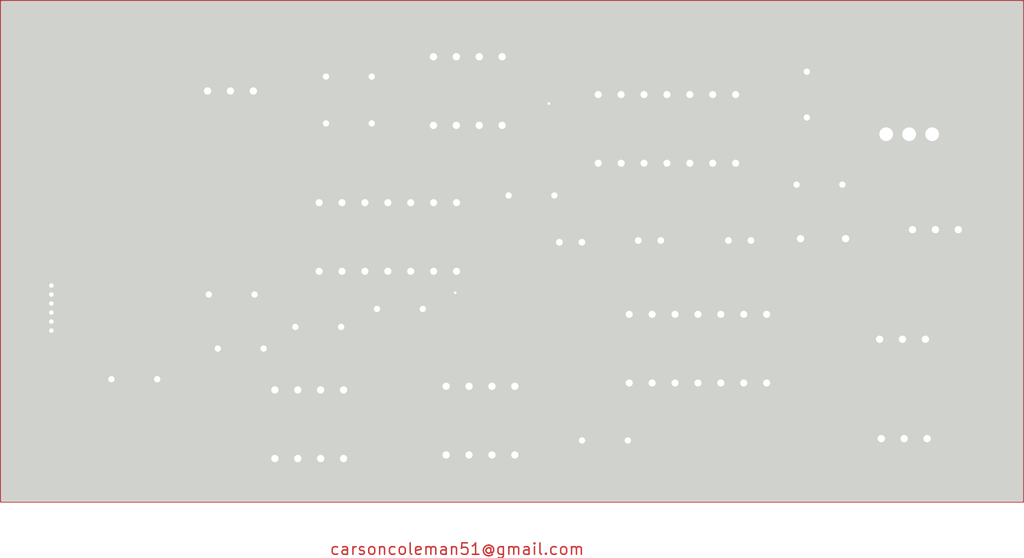
<source format=kicad_pcb>
(kicad_pcb (version 20241229) (generator "pcbnew") (generator_version "9.0")
  (layers (0 "F.Cu" signal) (2 "B.Cu" signal) (13 "F.Paste" user) (15 "B.Paste" user) (5 "F.SilkS" user "F.Silkscreen") (7 "B.SilkS" user "B.Silkscreen") (1 "F.Mask" user) (3 "B.Mask" user) (25 "Edge.Cuts" user))
  (net 0 "")
  (net 2 "GND")
  (net 3 "/6V")
  (net 4 "Net-(U7-A)")
  (net 5 "Net-(U7-B)")
  (net 6 "/Current Sensor")
  (net 8 "/Accumulator Disconnect")
  (net 9 "/12V")
  (net 10 "/Brake Pressure Sensor")
  (net 11 "/9V")
  (net 12 "/4V")
  (net 13 "/5.1V")
  (net 14 "/0.1V")
  (net 15 "Net-(U2A-IN-)")
  (net 16 "Net-(U1-ADJ)")
  (net 17 "/Current_0.1_output")
  (net 18 "/Current_9V_output")
  (net 19 "/Current_5.1V_output")
  (net 20 "/Brake_4V_output")
  (net 21 "/Brake_9V_output")
  (net 22 "/Brake_0.1V_output")
  (net 23 "/Current{slash}Brake 0.1V{slash}9V NOR")
  (net 24 "/Current 5.1V OR Brake 4V_output")
  (net 25 "/current_9V_output")
  (net 26 "/Current 0.1V OR Current 9V_output")
  (net 28 "/Brake 0.1V OR Brake 9V_output")
  (footprint "10k pot:POT_3296W" (layer "F.Cu") (at 184.46 105.74)
    (property "Reference" "P4" (at 2.5273 0.0635 0) (layer "F.SilkS"))
    (property "Value" "3296W-1-103LF_pot")
    (fp_line (start -2.3622 -2.54) (end -2.3622 2.667) (stroke (width 0.1524)) (layer "F.SilkS"))
    (fp_line (start -2.3622 2.667) (end 7.4168 2.667) (stroke (width 0.1524)) (layer "F.SilkS"))
    (fp_line (start 7.4168 -2.54) (end -2.3622 -2.54) (stroke (width 0.1524)) (layer "F.SilkS"))
    (fp_line (start 7.4168 2.667) (end 7.4168 -2.54) (stroke (width 0.1524)) (layer "F.SilkS"))
    (fp_circle (center 5.3721 3.81) (end 5.4991 3.81) (stroke (width 0.1524)) (fill no) (layer "F.SilkS"))
    (pad "1" thru_hole circle (at 5.08 0) (size 1.3208 1.3208) (drill 0.8128) (layers "*.Cu" "*.Mask") (net 3 "/6V"))
    (pad "2" thru_hole circle (at 2.54 0) (size 1.3208 1.3208) (drill 0.8128) (layers "*.Cu" "*.Mask") (net 14 "/0.1V"))
    (pad "3" thru_hole rect (at 0 0) (size 1.3208 1.3208) (drill 0.8128) (layers "*.Cu" "*.Mask") (net 2 "GND"))
  )
  (footprint "LM393N_NOPB_comparator:N08E" (layer "F.Cu") (at 124.81 100.33 90)
    (property "Reference" "U2" (at -3.81 -3.81 90) (layer "F.SilkS"))
    (property "Value" "LM393N/NOPB_comp")
    (fp_line (start -0.508 -8.636) (end -6.643058 -8.636) (stroke (width 0.1524)) (layer "F.SilkS"))
    (fp_line (start -7.112 -6.52526) (end -7.112 -6.049738) (stroke (width 0.1524)) (layer "F.SilkS"))
    (fp_line (start -0.508 -6.049738) (end -0.508 -6.650262) (stroke (width 0.1524)) (layer "F.SilkS"))
    (fp_line (start -7.112 -4.110262) (end -7.112 -3.509738) (stroke (width 0.1524)) (layer "F.SilkS"))
    (fp_line (start -0.508 -3.509738) (end -0.508 -4.110262) (stroke (width 0.1524)) (layer "F.SilkS"))
    (fp_line (start -7.112 -1.570262) (end -7.112 -0.969738) (stroke (width 0.1524)) (layer "F.SilkS"))
    (fp_line (start -0.508 -0.969738) (end -0.508 -1.570262) (stroke (width 0.1524)) (layer "F.SilkS"))
    (fp_line (start -7.112 1.016) (end -0.508 1.016) (stroke (width 0.1524)) (layer "F.SilkS"))
    (fp_arc (start -3.5052 -8.636) (mid -3.81 -8.3312) (end -4.1148 -8.636) (stroke (width 0.1524)) (layer "F.SilkS"))
    (fp_text user "*" (at -7.62 -9.144 90) (layer "F.SilkS"))
    (fp_text user "*" (at -7.62 -9.144 90) (layer "F.SilkS"))
    (pad "1" thru_hole rect (at -7.62 -7.62 90) (size 1.524 1.524) (drill 0.8128) (layers "*.Cu" "*.Mask") (net 17 "/Current_0.1_output"))
    (pad "2" thru_hole circle (at -7.62 -5.08 90) (size 1.524 1.524) (drill 0.8128) (layers "*.Cu" "*.Mask") (net 15 "Net-(U2A-IN-)"))
    (pad "3" thru_hole circle (at -7.62 -2.54 90) (size 1.524 1.524) (drill 0.8128) (layers "*.Cu" "*.Mask") (net 14 "/0.1V"))
    (pad "4" thru_hole circle (at -7.62 0 90) (size 1.524 1.524) (drill 0.8128) (layers "*.Cu" "*.Mask"))
    (pad "5" thru_hole circle (at 0 0 90) (size 1.524 1.524) (drill 0.8128) (layers "*.Cu" "*.Mask") (net 15 "Net-(U2A-IN-)"))
    (pad "6" thru_hole circle (at 0 -2.54 90) (size 1.524 1.524) (drill 0.8128) (layers "*.Cu" "*.Mask") (net 11 "/9V"))
    (pad "7" thru_hole circle (at 0 -5.08 90) (size 1.524 1.524) (drill 0.8128) (layers "*.Cu" "*.Mask") (net 18 "/Current_9V_output"))
    (pad "8" thru_hole circle (at 0 -7.62 90) (size 1.524 1.524) (drill 0.8128) (layers "*.Cu" "*.Mask"))
  )
  (footprint "Connector_PinHeader_1.00mm:PinHeader_1x06_P1.00mm_Vertical" (layer "F.Cu") (at 92.4 88.74)
    (property "Reference" "J1" (at 0 -1.61 0) (layer "F.SilkS"))
    (property "Value" "6 pin header")
    (fp_line (start -0.745 -0.735) (end 0 -0.735) (stroke (width 0.12)) (layer "F.SilkS"))
    (fp_line (start -0.745 0) (end -0.745 -0.735) (stroke (width 0.12)) (layer "F.SilkS"))
    (fp_line (start -0.745 0.735) (end -0.745 5.61) (stroke (width 0.12)) (layer "F.SilkS"))
    (fp_line (start -0.745 0.735) (end -0.685565 0.735) (stroke (width 0.12)) (layer "F.SilkS"))
    (fp_line (start -0.745 5.61) (end -0.41003 5.61) (stroke (width 0.12)) (layer "F.SilkS"))
    (fp_line (start 0.41003 5.61) (end 0.745 5.61) (stroke (width 0.12)) (layer "F.SilkS"))
    (fp_line (start 0.685565 0.735) (end 0.745 0.735) (stroke (width 0.12)) (layer "F.SilkS"))
    (fp_line (start 0.745 0.735) (end 0.745 5.61) (stroke (width 0.12)) (layer "F.SilkS"))
    (pad "1" thru_hole rect (at 0 0) (size 0.85 0.85) (drill 0.5) (layers "*.Cu" "*.Mask") (net 9 "/12V"))
    (pad "2" thru_hole circle (at 0 1) (size 0.85 0.85) (drill 0.5) (layers "*.Cu" "*.Mask"))
    (pad "3" thru_hole circle (at 0 2) (size 0.85 0.85) (drill 0.5) (layers "*.Cu" "*.Mask") (net 8 "/Accumulator Disconnect"))
    (pad "4" thru_hole circle (at 0 3) (size 0.85 0.85) (drill 0.5) (layers "*.Cu" "*.Mask") (net 10 "/Brake Pressure Sensor"))
    (pad "5" thru_hole circle (at 0 4) (size 0.85 0.85) (drill 0.5) (layers "*.Cu" "*.Mask") (net 6 "/Current Sensor"))
    (pad "6" thru_hole circle (at 0 5) (size 0.85 0.85) (drill 0.5) (layers "*.Cu" "*.Mask") (net 2 "GND"))
  )
  (footprint "1µF capacitor:CAP_RCER72A105K2DBH03A" (layer "F.Cu") (at 168.75 83.74)
    (property "Reference" "C2" (at 0.425 -2.635 0) (layer "F.SilkS"))
    (property "Value" "1µF")
    (fp_line (start -2.75 -1.575) (end 2.75 -1.575) (stroke (width 0.127)) (layer "F.SilkS"))
    (fp_line (start -2.75 1.575) (end -2.75 -1.575) (stroke (width 0.127)) (layer "F.SilkS"))
    (fp_line (start 2.75 1.575) (end -2.75 1.575) (stroke (width 0.127)) (layer "F.SilkS"))
    (fp_line (start 2.75 1.575) (end 2.75 -1.575) (stroke (width 0.127)) (layer "F.SilkS"))
    (pad "1" thru_hole circle (at -1.25 0) (size 1.15 1.15) (drill 0.75) (layers "*.Cu" "*.Mask") (net 2 "GND"))
    (pad "2" thru_hole circle (at 1.25 0) (size 1.15 1.15) (drill 0.75) (layers "*.Cu" "*.Mask") (net 3 "/6V"))
  )
  (footprint "Resistor_THT:R_Axial_DIN0204_L3.6mm_D1.6mm_P5.08mm_Horizontal" (layer "F.Cu") (at 122.86 70.74)
    (property "Reference" "R6" (at 2.54 -1.92 0) (layer "F.SilkS"))
    (property "Value" "10kΩ")
    (fp_line (start 0.62 -0.92) (end 4.46 -0.92) (stroke (width 0.12)) (layer "F.SilkS"))
    (fp_line (start 0.62 0.92) (end 4.46 0.92) (stroke (width 0.12)) (layer "F.SilkS"))
    (pad "1" thru_hole circle (at 0 0) (size 1.4 1.4) (drill 0.7) (layers "*.Cu" "*.Mask") (net 9 "/12V"))
    (pad "2" thru_hole circle (at 5.08 0) (size 1.4 1.4) (drill 0.7) (layers "*.Cu" "*.Mask") (net 21 "/Brake_9V_output"))
  )
  (footprint "Resistor_THT:R_Axial_DIN0204_L3.6mm_D1.6mm_P5.08mm_Horizontal" (layer "F.Cu") (at 176.2 65 -90)
    (property "Reference" "R2VR1" (at 2.54 -1.92 90) (layer "F.SilkS"))
    (property "Value" "910Ω (was 3kΩ initially)")
    (fp_line (start 0.62 0.92) (end 4.46 0.92) (stroke (width 0.12)) (layer "F.SilkS"))
    (fp_line (start 0.62 -0.92) (end 4.46 -0.92) (stroke (width 0.12)) (layer "F.SilkS"))
    (pad "1" thru_hole circle (at 0 0 270) (size 1.4 1.4) (drill 0.7) (layers "*.Cu" "*.Mask") (net 2 "GND"))
    (pad "2" thru_hole circle (at 5.08 0 270) (size 1.4 1.4) (drill 0.7) (layers "*.Cu" "*.Mask") (net 16 "Net-(U1-ADJ)"))
  )
  (footprint "LM393N_NOPB_comparator:N08E" (layer "F.Cu") (at 142.4 63.34 90)
    (property "Reference" "U4" (at -3.81 -3.81 90) (layer "F.SilkS"))
    (property "Value" "LM393N/NOPB_comp")
    (fp_line (start -0.508 -8.636) (end -6.643058 -8.636) (stroke (width 0.1524)) (layer "F.SilkS"))
    (fp_line (start -7.112 -6.52526) (end -7.112 -6.049738) (stroke (width 0.1524)) (layer "F.SilkS"))
    (fp_line (start -0.508 -6.049738) (end -0.508 -6.650262) (stroke (width 0.1524)) (layer "F.SilkS"))
    (fp_line (start -7.112 -4.110262) (end -7.112 -3.509738) (stroke (width 0.1524)) (layer "F.SilkS"))
    (fp_line (start -0.508 -3.509738) (end -0.508 -4.110262) (stroke (width 0.1524)) (layer "F.SilkS"))
    (fp_line (start -7.112 -1.570262) (end -7.112 -0.969738) (stroke (width 0.1524)) (layer "F.SilkS"))
    (fp_line (start -0.508 -0.969738) (end -0.508 -1.570262) (stroke (width 0.1524)) (layer "F.SilkS"))
    (fp_line (start -7.112 1.016) (end -0.508 1.016) (stroke (width 0.1524)) (layer "F.SilkS"))
    (fp_arc (start -3.5052 -8.636) (mid -3.81 -8.3312) (end -4.1148 -8.636) (stroke (width 0.1524)) (layer "F.SilkS"))
    (fp_text user "*" (at -7.62 -9.144 90) (layer "F.SilkS"))
    (fp_text user "*" (at -7.62 -9.144 90) (layer "F.SilkS"))
    (pad "1" thru_hole rect (at -7.62 -7.62 90) (size 1.524 1.524) (drill 0.8128) (layers "*.Cu" "*.Mask") (net 21 "/Brake_9V_output"))
    (pad "2" thru_hole circle (at -7.62 -5.08 90) (size 1.524 1.524) (drill 0.8128) (layers "*.Cu" "*.Mask") (net 11 "/9V"))
    (pad "3" thru_hole circle (at -7.62 -2.54 90) (size 1.524 1.524) (drill 0.8128) (layers "*.Cu" "*.Mask") (net 10 "/Brake Pressure Sensor"))
    (pad "4" thru_hole circle (at -7.62 0 90) (size 1.524 1.524) (drill 0.8128) (layers "*.Cu" "*.Mask"))
    (pad "5" thru_hole circle (at 0 0 90) (size 1.524 1.524) (drill 0.8128) (layers "*.Cu" "*.Mask") (net 14 "/0.1V"))
    (pad "6" thru_hole circle (at 0 -2.54 90) (size 1.524 1.524) (drill 0.8128) (layers "*.Cu" "*.Mask") (net 10 "/Brake Pressure Sensor"))
    (pad "7" thru_hole circle (at 0 -5.08 90) (size 1.524 1.524) (drill 0.8128) (layers "*.Cu" "*.Mask") (net 22 "/Brake_0.1V_output"))
    (pad "8" thru_hole circle (at 0 -7.62 90) (size 1.524 1.524) (drill 0.8128) (layers "*.Cu" "*.Mask"))
  )
  (footprint "LM317P:TO-220FP_STM" (layer "F.Cu") (at 185 71.94)
    (property "Reference" "U1" (at 2.55 -0.8128 0) (layer "F.SilkS"))
    (property "Value" "LM317P_6V Reg")
    (fp_line (start -2.784 -3.2385) (end -2.784 1.6129) (stroke (width 0.1524)) (layer "F.SilkS"))
    (fp_line (start -2.784 1.6129) (end 7.884 1.6129) (stroke (width 0.1524)) (layer "F.SilkS"))
    (fp_line (start 7.884 -3.2385) (end -2.784 -3.2385) (stroke (width 0.1524)) (layer "F.SilkS"))
    (fp_line (start 7.884 1.6129) (end 7.884 -3.2385) (stroke (width 0.1524)) (layer "F.SilkS"))
    (fp_circle (center -4.562 0) (end -4.3588 0) (stroke (width 0.1524)) (fill no) (layer "F.SilkS"))
    (pad "1" thru_hole rect (at 0 0) (size 2.032 2.032) (drill 1.524) (layers "*.Cu" "*.Mask") (net 16 "Net-(U1-ADJ)"))
    (pad "2" thru_hole circle (at 2.55 0) (size 2.032 2.032) (drill 1.524) (layers "*.Cu" "*.Mask") (net 3 "/6V"))
    (pad "3" thru_hole circle (at 5.1 0) (size 2.032 2.032) (drill 1.524) (layers "*.Cu" "*.Mask") (net 9 "/12V"))
  )
  (footprint "Resistor_THT:R_Axial_DIN0204_L3.6mm_D1.6mm_P5.08mm_Horizontal" (layer "F.Cu") (at 124.54 93.34 180)
    (property "Reference" "R2" (at 2.54 -1.92 0) (layer "F.SilkS"))
    (property "Value" "10kΩ")
    (fp_line (start 0.62 0.92) (end 4.46 0.92) (stroke (width 0.12)) (layer "F.SilkS"))
    (fp_line (start 0.62 -0.92) (end 4.46 -0.92) (stroke (width 0.12)) (layer "F.SilkS"))
    (pad "1" thru_hole circle (at 0 0 180) (size 1.4 1.4) (drill 0.7) (layers "*.Cu" "*.Mask") (net 9 "/12V"))
    (pad "2" thru_hole circle (at 5.08 0 180) (size 1.4 1.4) (drill 0.7) (layers "*.Cu" "*.Mask") (net 17 "/Current_0.1_output"))
  )
  (footprint "Resistor_THT:R_Axial_DIN0204_L3.6mm_D1.6mm_P5.08mm_Horizontal" (layer "F.Cu") (at 110.86 95.74)
    (property "Reference" "R3" (at 2.54 -1.92 0) (layer "F.SilkS"))
    (property "Value" "10kΩ")
    (fp_line (start 0.62 -0.92) (end 4.46 -0.92) (stroke (width 0.12)) (layer "F.SilkS"))
    (fp_line (start 0.62 0.92) (end 4.46 0.92) (stroke (width 0.12)) (layer "F.SilkS"))
    (pad "1" thru_hole circle (at 0 0) (size 1.4 1.4) (drill 0.7) (layers "*.Cu" "*.Mask") (net 9 "/12V"))
    (pad "2" thru_hole circle (at 5.08 0) (size 1.4 1.4) (drill 0.7) (layers "*.Cu" "*.Mask") (net 18 "/Current_9V_output"))
  )
  (footprint "0.1µF capacitor:K104K10X7RF5UH5_VIS" (layer "F.Cu") (at 175.500005 83.54)
    (property "Reference" "C1" (at 2.499995 0 0) (layer "F.SilkS"))
    (property "Value" "0.1µF")
    (fp_line (start 0.569595 -1.2827) (end 0.569595 -0.99314) (stroke (width 0.1524)) (layer "F.SilkS"))
    (fp_line (start 0.569595 0.99314) (end 0.569595 1.2827) (stroke (width 0.1524)) (layer "F.SilkS"))
    (fp_line (start 4.430395 -1.2827) (end 0.569595 -1.2827) (stroke (width 0.1524)) (layer "F.SilkS"))
    (fp_line (start 4.430395 -1.2827) (end 4.430395 -0.813565) (stroke (width 0.1524)) (layer "F.SilkS"))
    (fp_line (start 4.430395 0.813565) (end 4.430395 1.2827) (stroke (width 0.1524)) (layer "F.SilkS"))
    (fp_line (start 4.430395 1.2827) (end 0.569595 1.2827) (stroke (width 0.1524)) (layer "F.SilkS"))
    (pad "1" thru_hole rect (at 0 0) (size 1.3208 1.3208) (drill 0.8128) (layers "*.Cu" "*.Mask") (net 2 "GND"))
    (pad "2" thru_hole circle (at 4.99999 0) (size 1.3208 1.3208) (drill 0.8128) (layers "*.Cu" "*.Mask"))
  )
  (footprint "Resistor_THT:R_Axial_DIN0204_L3.6mm_D1.6mm_P5.08mm_Horizontal" (layer "F.Cu") (at 175.06 77.54)
    (property "Reference" "R1VR1" (at 2.54 -1.92 0) (layer "F.SilkS"))
    (property "Value" "240Ω")
    (fp_line (start 0.62 -0.92) (end 4.46 -0.92) (stroke (width 0.12)) (layer "F.SilkS"))
    (fp_line (start 0.62 0.92) (end 4.46 0.92) (stroke (width 0.12)) (layer "F.SilkS"))
    (pad "1" thru_hole circle (at 0 0) (size 1.4 1.4) (drill 0.7) (layers "*.Cu" "*.Mask") (net 16 "Net-(U1-ADJ)"))
    (pad "2" thru_hole circle (at 5.08 0) (size 1.4 1.4) (drill 0.7) (layers "*.Cu" "*.Mask") (net 3 "/6V"))
  )
  (footprint "Resistor_THT:R_Axial_DIN0204_L3.6mm_D1.6mm_P5.08mm_Horizontal" (layer "F.Cu") (at 156.34 105.94 180)
    (property "Reference" "R8" (at 2.54 -1.92 0) (layer "F.SilkS"))
    (property "Value" "100kΩ")
    (fp_line (start 0.62 0.92) (end 4.46 0.92) (stroke (width 0.12)) (layer "F.SilkS"))
    (fp_line (start 0.62 -0.92) (end 4.46 -0.92) (stroke (width 0.12)) (layer "F.SilkS"))
    (pad "1" thru_hole circle (at 0 0 180) (size 1.4 1.4) (drill 0.7) (layers "*.Cu" "*.Mask") (net 23 "/Current{slash}Brake 0.1V{slash}9V NOR"))
    (pad "2" thru_hole circle (at 5.08 0 180) (size 1.4 1.4) (drill 0.7) (layers "*.Cu" "*.Mask") (net 4 "Net-(U7-A)"))
  )
  (footprint "AND gate:N14" (layer "F.Cu") (at 171.74 91.94 90)
    (property "Reference" "U6" (at -3.81 -7.62 90) (layer "F.SilkS"))
    (property "Value" "CD4001BE_NOR Gates")
    (fp_line (start -0.508 -17.4625) (end -7.112 -17.4625) (stroke (width 0.1524)) (layer "F.SilkS"))
    (fp_line (start -7.112 -17.4625) (end -7.112 -16.22044) (stroke (width 0.1524)) (layer "F.SilkS"))
    (fp_line (start -0.508 -16.078569) (end -0.508 -17.4625) (stroke (width 0.1524)) (layer "F.SilkS"))
    (fp_line (start -7.112 -14.25956) (end -7.112 -13.538569) (stroke (width 0.1524)) (layer "F.SilkS"))
    (fp_line (start -0.508 -13.538569) (end -0.508 -14.401431) (stroke (width 0.1524)) (layer "F.SilkS"))
    (fp_line (start -7.112 -11.861431) (end -7.112 -10.998569) (stroke (width 0.1524)) (layer "F.SilkS"))
    (fp_line (start -0.508 -10.998569) (end -0.508 -11.861431) (stroke (width 0.1524)) (layer "F.SilkS"))
    (fp_line (start -7.112 -9.321431) (end -7.112 -8.458569) (stroke (width 0.1524)) (layer "F.SilkS"))
    (fp_line (start -0.508 -8.458569) (end -0.508 -9.321431) (stroke (width 0.1524)) (layer "F.SilkS"))
    (fp_line (start -7.112 -6.781431) (end -7.112 -5.918569) (stroke (width 0.1524)) (layer "F.SilkS"))
    (fp_line (start -0.508 -5.918569) (end -0.508 -6.781431) (stroke (width 0.1524)) (layer "F.SilkS"))
    (fp_line (start -7.112 -4.241431) (end -7.112 -3.378569) (stroke (width 0.1524)) (layer "F.SilkS"))
    (fp_line (start -0.508 -3.378569) (end -0.508 -4.241431) (stroke (width 0.1524)) (layer "F.SilkS"))
    (fp_line (start -7.112 -1.701431) (end -7.112 -0.838569) (stroke (width 0.1524)) (layer "F.SilkS"))
    (fp_line (start -0.508 -0.838569) (end -0.508 -1.701431) (stroke (width 0.1524)) (layer "F.SilkS"))
    (fp_line (start -7.112 0.838569) (end -7.112 2.2225) (stroke (width 0.1524)) (layer "F.SilkS"))
    (fp_line (start -0.508 2.2225) (end -0.508 0.838569) (stroke (width 0.1524)) (layer "F.SilkS"))
    (fp_line (start -7.112 2.2225) (end -0.508 2.2225) (stroke (width 0.1524)) (layer "F.SilkS"))
    (fp_arc (start -3.5052 -17.4625) (mid -3.81 -17.1577) (end -4.1148 -17.4625) (stroke (width 0.1524)) (layer "F.SilkS"))
    (fp_text user "*" (at -7.62 -16.6497 90) (layer "F.SilkS"))
    (fp_text user "*" (at -7.62 -16.6497 90) (layer "F.SilkS"))
    (pad "1" thru_hole rect (at -7.62 -15.24 90) (size 1.2954 1.2954) (drill 0.7874) (layers "*.Cu" "*.Mask") (net 26 "/Current 0.1V OR Current 9V_output"))
    (pad "2" thru_hole circle (at -7.62 -12.7 90) (size 1.2954 1.2954) (drill 0.7874) (layers "*.Cu" "*.Mask") (net 28 "/Brake 0.1V OR Brake 9V_output"))
    (pad "3" thru_hole circle (at -7.62 -10.16 90) (size 1.2954 1.2954) (drill 0.7874) (layers "*.Cu" "*.Mask") (net 23 "/Current{slash}Brake 0.1V{slash}9V NOR"))
    (pad "4" thru_hole circle (at -7.62 -7.62 90) (size 1.2954 1.2954) (drill 0.7874) (layers "*.Cu" "*.Mask"))
    (pad "5" thru_hole circle (at -7.62 -5.08 90) (size 1.2954 1.2954) (drill 0.7874) (layers "*.Cu" "*.Mask") (net 2 "GND"))
    (pad "6" thru_hole circle (at -7.62 -2.54 90) (size 1.2954 1.2954) (drill 0.7874) (layers "*.Cu" "*.Mask") (net 2 "GND"))
    (pad "7" thru_hole circle (at -7.62 0 90) (size 1.2954 1.2954) (drill 0.7874) (layers "*.Cu" "*.Mask") (net 2 "GND"))
    (pad "8" thru_hole circle (at 0 0 90) (size 1.2954 1.2954) (drill 0.7874) (layers "*.Cu" "*.Mask") (net 2 "GND"))
    (pad "9" thru_hole circle (at 0 -2.54 90) (size 1.2954 1.2954) (drill 0.7874) (layers "*.Cu" "*.Mask") (net 2 "GND"))
    (pad "10" thru_hole circle (at 0 -5.08 90) (size 1.2954 1.2954) (drill 0.7874) (layers "*.Cu" "*.Mask"))
    (pad "11" thru_hole circle (at 0 -7.62 90) (size 1.2954 1.2954) (drill 0.7874) (layers "*.Cu" "*.Mask"))
    (pad "12" thru_hole circle (at 0 -10.16 90) (size 1.2954 1.2954) (drill 0.7874) (layers "*.Cu" "*.Mask") (net 2 "GND"))
    (pad "13" thru_hole circle (at 0 -12.7 90) (size 1.2954 1.2954) (drill 0.7874) (layers "*.Cu" "*.Mask") (net 2 "GND"))
    (pad "14" thru_hole circle (at 0 -15.24 90) (size 1.2954 1.2954) (drill 0.7874) (layers "*.Cu" "*.Mask") (net 9 "/12V"))
  )
  (footprint "Resistor_THT:R_Axial_DIN0204_L3.6mm_D1.6mm_P5.08mm_Horizontal" (layer "F.Cu") (at 122.86 65.54)
    (property "Reference" "R7" (at 2.54 -1.92 0) (layer "F.SilkS"))
    (property "Value" "10kΩ")
    (fp_line (start 0.62 -0.92) (end 4.46 -0.92) (stroke (width 0.12)) (layer "F.SilkS"))
    (fp_line (start 0.62 0.92) (end 4.46 0.92) (stroke (width 0.12)) (layer "F.SilkS"))
    (pad "1" thru_hole circle (at 0 0) (size 1.4 1.4) (drill 0.7) (layers "*.Cu" "*.Mask") (net 9 "/12V"))
    (pad "2" thru_hole circle (at 5.08 0) (size 1.4 1.4) (drill 0.7) (layers "*.Cu" "*.Mask") (net 22 "/Brake_0.1V_output"))
  )
  (footprint "Resistor_THT:R_Axial_DIN0204_L3.6mm_D1.6mm_P5.08mm_Horizontal" (layer "F.Cu") (at 128.52 91.34)
    (property "Reference" "R5" (at 2.54 -1.92 0) (layer "F.SilkS"))
    (property "Value" "10kΩ")
    (fp_line (start 0.62 -0.92) (end 4.46 -0.92) (stroke (width 0.12)) (layer "F.SilkS"))
    (fp_line (start 0.62 0.92) (end 4.46 0.92) (stroke (width 0.12)) (layer "F.SilkS"))
    (pad "1" thru_hole circle (at 0 0) (size 1.4 1.4) (drill 0.7) (layers "*.Cu" "*.Mask") (net 9 "/12V"))
    (pad "2" thru_hole circle (at 5.08 0) (size 1.4 1.4) (drill 0.7) (layers "*.Cu" "*.Mask") (net 20 "/Brake_4V_output"))
  )
  (footprint "Resistor_THT:R_Axial_DIN0204_L3.6mm_D1.6mm_P5.08mm_Horizontal" (layer "F.Cu") (at 99.06 99.14)
    (property "Reference" "R1" (at 2.54 -1.92 0) (layer "F.SilkS"))
    (property "Value" "100Ω")
    (fp_line (start 0.62 -0.92) (end 4.46 -0.92) (stroke (width 0.12)) (layer "F.SilkS"))
    (fp_line (start 0.62 0.92) (end 4.46 0.92) (stroke (width 0.12)) (layer "F.SilkS"))
    (pad "1" thru_hole circle (at 0 0) (size 1.4 1.4) (drill 0.7) (layers "*.Cu" "*.Mask") (net 6 "/Current Sensor"))
    (pad "2" thru_hole circle (at 5.08 0) (size 1.4 1.4) (drill 0.7) (layers "*.Cu" "*.Mask") (net 15 "Net-(U2A-IN-)"))
  )
  (footprint "AND gate:N14" (layer "F.Cu") (at 137.34 79.54 90)
    (property "Reference" "U5" (at -3.81 -7.62 90) (layer "F.SilkS"))
    (property "Value" "CD4071BE_OR GATES")
    (fp_line (start -0.508 -17.4625) (end -7.112 -17.4625) (stroke (width 0.1524)) (layer "F.SilkS"))
    (fp_line (start -7.112 -17.4625) (end -7.112 -16.22044) (stroke (width 0.1524)) (layer "F.SilkS"))
    (fp_line (start -0.508 -16.078569) (end -0.508 -17.4625) (stroke (width 0.1524)) (layer "F.SilkS"))
    (fp_line (start -7.112 -14.25956) (end -7.112 -13.538569) (stroke (width 0.1524)) (layer "F.SilkS"))
    (fp_line (start -0.508 -13.538569) (end -0.508 -14.401431) (stroke (width 0.1524)) (layer "F.SilkS"))
    (fp_line (start -7.112 -11.861431) (end -7.112 -10.998569) (stroke (width 0.1524)) (layer "F.SilkS"))
    (fp_line (start -0.508 -10.998569) (end -0.508 -11.861431) (stroke (width 0.1524)) (layer "F.SilkS"))
    (fp_line (start -7.112 -9.321431) (end -7.112 -8.458569) (stroke (width 0.1524)) (layer "F.SilkS"))
    (fp_line (start -0.508 -8.458569) (end -0.508 -9.321431) (stroke (width 0.1524)) (layer "F.SilkS"))
    (fp_line (start -7.112 -6.781431) (end -7.112 -5.918569) (stroke (width 0.1524)) (layer "F.SilkS"))
    (fp_line (start -0.508 -5.918569) (end -0.508 -6.781431) (stroke (width 0.1524)) (layer "F.SilkS"))
    (fp_line (start -7.112 -4.241431) (end -7.112 -3.378569) (stroke (width 0.1524)) (layer "F.SilkS"))
    (fp_line (start -0.508 -3.378569) (end -0.508 -4.241431) (stroke (width 0.1524)) (layer "F.SilkS"))
    (fp_line (start -7.112 -1.701431) (end -7.112 -0.838569) (stroke (width 0.1524)) (layer "F.SilkS"))
    (fp_line (start -0.508 -0.838569) (end -0.508 -1.701431) (stroke (width 0.1524)) (layer "F.SilkS"))
    (fp_line (start -7.112 0.838569) (end -7.112 2.2225) (stroke (width 0.1524)) (layer "F.SilkS"))
    (fp_line (start -0.508 2.2225) (end -0.508 0.838569) (stroke (width 0.1524)) (layer "F.SilkS"))
    (fp_line (start -7.112 2.2225) (end -0.508 2.2225) (stroke (width 0.1524)) (layer "F.SilkS"))
    (fp_arc (start -3.5052 -17.4625) (mid -3.81 -17.1577) (end -4.1148 -17.4625) (stroke (width 0.1524)) (layer "F.SilkS"))
    (fp_text user "*" (at -7.62 -16.6497 90) (layer "F.SilkS"))
    (fp_text user "*" (at -7.62 -16.6497 90) (layer "F.SilkS"))
    (pad "1" thru_hole rect (at -7.62 -15.24 90) (size 1.2954 1.2954) (drill 0.7874) (layers "*.Cu" "*.Mask") (net 17 "/Current_0.1_output"))
    (pad "2" thru_hole circle (at -7.62 -12.7 90) (size 1.2954 1.2954) (drill 0.7874) (layers "*.Cu" "*.Mask") (net 25 "/current_9V_output"))
    (pad "3" thru_hole circle (at -7.62 -10.16 90) (size 1.2954 1.2954) (drill 0.7874) (layers "*.Cu" "*.Mask") (net 26 "/Current 0.1V OR Current 9V_output"))
    (pad "4" thru_hole circle (at -7.62 -7.62 90) (size 1.2954 1.2954) (drill 0.7874) (layers "*.Cu" "*.Mask") (net 24 "/Current 5.1V OR Brake 4V_output"))
    (pad "5" thru_hole circle (at -7.62 -5.08 90) (size 1.2954 1.2954) (drill 0.7874) (layers "*.Cu" "*.Mask") (net 19 "/Current_5.1V_output"))
    (pad "6" thru_hole circle (at -7.62 -2.54 90) (size 1.2954 1.2954) (drill 0.7874) (layers "*.Cu" "*.Mask") (net 20 "/Brake_4V_output"))
    (pad "7" thru_hole circle (at -7.62 0 90) (size 1.2954 1.2954) (drill 0.7874) (layers "*.Cu" "*.Mask") (net 2 "GND"))
    (pad "8" thru_hole circle (at 0 0 90) (size 1.2954 1.2954) (drill 0.7874) (layers "*.Cu" "*.Mask") (net 21 "/Brake_9V_output"))
    (pad "9" thru_hole circle (at 0 -2.54 90) (size 1.2954 1.2954) (drill 0.7874) (layers "*.Cu" "*.Mask") (net 22 "/Brake_0.1V_output"))
    (pad "10" thru_hole circle (at 0 -5.08 90) (size 1.2954 1.2954) (drill 0.7874) (layers "*.Cu" "*.Mask") (net 28 "/Brake 0.1V OR Brake 9V_output"))
    (pad "11" thru_hole circle (at 0 -7.62 90) (size 1.2954 1.2954) (drill 0.7874) (layers "*.Cu" "*.Mask"))
    (pad "12" thru_hole circle (at 0 -10.16 90) (size 1.2954 1.2954) (drill 0.7874) (layers "*.Cu" "*.Mask") (net 2 "GND"))
    (pad "13" thru_hole circle (at 0 -12.7 90) (size 1.2954 1.2954) (drill 0.7874) (layers "*.Cu" "*.Mask") (net 2 "GND"))
    (pad "14" thru_hole circle (at 0 -15.24 90) (size 1.2954 1.2954) (drill 0.7874) (layers "*.Cu" "*.Mask") (net 9 "/12V"))
  )
  (footprint "10k pot:POT_3296W" (layer "F.Cu") (at 109.72 67.14)
    (property "Reference" "P1" (at 2.5273 0.0635 0) (layer "F.SilkS"))
    (property "Value" "3296W-1-103LF_pot")
    (fp_line (start -2.3622 -2.54) (end -2.3622 2.667) (stroke (width 0.1524)) (layer "F.SilkS"))
    (fp_line (start -2.3622 2.667) (end 7.4168 2.667) (stroke (width 0.1524)) (layer "F.SilkS"))
    (fp_line (start 7.4168 -2.54) (end -2.3622 -2.54) (stroke (width 0.1524)) (layer "F.SilkS"))
    (fp_line (start 7.4168 2.667) (end 7.4168 -2.54) (stroke (width 0.1524)) (layer "F.SilkS"))
    (fp_circle (center 5.3721 3.81) (end 5.4991 3.81) (stroke (width 0.1524)) (fill no) (layer "F.SilkS"))
    (pad "1" thru_hole circle (at 5.08 0) (size 1.3208 1.3208) (drill 0.8128) (layers "*.Cu" "*.Mask") (net 9 "/12V"))
    (pad "2" thru_hole circle (at 2.54 0) (size 1.3208 1.3208) (drill 0.8128) (layers "*.Cu" "*.Mask") (net 11 "/9V"))
    (pad "3" thru_hole rect (at 0 0) (size 1.3208 1.3208) (drill 0.8128) (layers "*.Cu" "*.Mask") (net 2 "GND"))
  )
  (footprint "1µF capacitor:CAP_RCER72A105K2DBH03A" (layer "F.Cu") (at 150 83.94)
    (property "Reference" "C3" (at 0.425 -2.635 0) (layer "F.SilkS"))
    (property "Value" "1µF")
    (fp_line (start -2.75 -1.575) (end 2.75 -1.575) (stroke (width 0.127)) (layer "F.SilkS"))
    (fp_line (start -2.75 1.575) (end -2.75 -1.575) (stroke (width 0.127)) (layer "F.SilkS"))
    (fp_line (start 2.75 1.575) (end -2.75 1.575) (stroke (width 0.127)) (layer "F.SilkS"))
    (fp_line (start 2.75 1.575) (end 2.75 -1.575) (stroke (width 0.127)) (layer "F.SilkS"))
    (pad "1" thru_hole circle (at -1.25 0) (size 1.15 1.15) (drill 0.75) (layers "*.Cu" "*.Mask") (net 2 "GND"))
    (pad "2" thru_hole circle (at 1.25 0) (size 1.15 1.15) (drill 0.75) (layers "*.Cu" "*.Mask") (net 4 "Net-(U7-A)"))
  )
  (footprint "1µF capacitor:CAP_RCER72A105K2DBH03A" (layer "F.Cu") (at 158.75 83.74)
    (property "Reference" "C4" (at 0.425 -2.635 0) (layer "F.SilkS"))
    (property "Value" "1µF")
    (fp_line (start -2.75 -1.575) (end 2.75 -1.575) (stroke (width 0.127)) (layer "F.SilkS"))
    (fp_line (start -2.75 1.575) (end -2.75 -1.575) (stroke (width 0.127)) (layer "F.SilkS"))
    (fp_line (start 2.75 1.575) (end -2.75 1.575) (stroke (width 0.127)) (layer "F.SilkS"))
    (fp_line (start 2.75 1.575) (end 2.75 -1.575) (stroke (width 0.127)) (layer "F.SilkS"))
    (pad "1" thru_hole circle (at -1.25 0) (size 1.15 1.15) (drill 0.75) (layers "*.Cu" "*.Mask") (net 2 "GND"))
    (pad "2" thru_hole circle (at 1.25 0) (size 1.15 1.15) (drill 0.75) (layers "*.Cu" "*.Mask") (net 5 "Net-(U7-B)"))
  )
  (footprint "AND gate:N14" (layer "F.Cu") (at 168.3 67.54 90)
    (property "Reference" "U7" (at -3.81 -7.62 90) (layer "F.SilkS"))
    (property "Value" "CD4081BE_AND Gates")
    (fp_line (start -0.508 -17.4625) (end -7.112 -17.4625) (stroke (width 0.1524)) (layer "F.SilkS"))
    (fp_line (start -7.112 -17.4625) (end -7.112 -16.22044) (stroke (width 0.1524)) (layer "F.SilkS"))
    (fp_line (start -0.508 -16.078569) (end -0.508 -17.4625) (stroke (width 0.1524)) (layer "F.SilkS"))
    (fp_line (start -7.112 -14.25956) (end -7.112 -13.538569) (stroke (width 0.1524)) (layer "F.SilkS"))
    (fp_line (start -0.508 -13.538569) (end -0.508 -14.401431) (stroke (width 0.1524)) (layer "F.SilkS"))
    (fp_line (start -7.112 -11.861431) (end -7.112 -10.998569) (stroke (width 0.1524)) (layer "F.SilkS"))
    (fp_line (start -0.508 -10.998569) (end -0.508 -11.861431) (stroke (width 0.1524)) (layer "F.SilkS"))
    (fp_line (start -7.112 -9.321431) (end -7.112 -8.458569) (stroke (width 0.1524)) (layer "F.SilkS"))
    (fp_line (start -0.508 -8.458569) (end -0.508 -9.321431) (stroke (width 0.1524)) (layer "F.SilkS"))
    (fp_line (start -7.112 -6.781431) (end -7.112 -5.918569) (stroke (width 0.1524)) (layer "F.SilkS"))
    (fp_line (start -0.508 -5.918569) (end -0.508 -6.781431) (stroke (width 0.1524)) (layer "F.SilkS"))
    (fp_line (start -7.112 -4.241431) (end -7.112 -3.378569) (stroke (width 0.1524)) (layer "F.SilkS"))
    (fp_line (start -0.508 -3.378569) (end -0.508 -4.241431) (stroke (width 0.1524)) (layer "F.SilkS"))
    (fp_line (start -7.112 -1.701431) (end -7.112 -0.838569) (stroke (width 0.1524)) (layer "F.SilkS"))
    (fp_line (start -0.508 -0.838569) (end -0.508 -1.701431) (stroke (width 0.1524)) (layer "F.SilkS"))
    (fp_line (start -7.112 0.838569) (end -7.112 2.2225) (stroke (width 0.1524)) (layer "F.SilkS"))
    (fp_line (start -0.508 2.2225) (end -0.508 0.838569) (stroke (width 0.1524)) (layer "F.SilkS"))
    (fp_line (start -7.112 2.2225) (end -0.508 2.2225) (stroke (width 0.1524)) (layer "F.SilkS"))
    (fp_arc (start -3.5052 -17.4625) (mid -3.81 -17.1577) (end -4.1148 -17.4625) (stroke (width 0.1524)) (layer "F.SilkS"))
    (fp_text user "*" (at -7.62 -16.6497 90) (layer "F.SilkS"))
    (fp_text user "*" (at -7.62 -16.6497 90) (layer "F.SilkS"))
    (pad "1" thru_hole rect (at -7.62 -15.24 90) (size 1.2954 1.2954) (drill 0.7874) (layers "*.Cu" "*.Mask") (net 4 "Net-(U7-A)"))
    (pad "2" thru_hole circle (at -7.62 -12.7 90) (size 1.2954 1.2954) (drill 0.7874) (layers "*.Cu" "*.Mask") (net 5 "Net-(U7-B)"))
    (pad "3" thru_hole circle (at -7.62 -10.16 90) (size 1.2954 1.2954) (drill 0.7874) (layers "*.Cu" "*.Mask") (net 8 "/Accumulator Disconnect"))
    (pad "4" thru_hole circle (at -7.62 -7.62 90) (size 1.2954 1.2954) (drill 0.7874) (layers "*.Cu" "*.Mask"))
    (pad "5" thru_hole circle (at -7.62 -5.08 90) (size 1.2954 1.2954) (drill 0.7874) (layers "*.Cu" "*.Mask") (net 2 "GND"))
    (pad "6" thru_hole circle (at -7.62 -2.54 90) (size 1.2954 1.2954) (drill 0.7874) (layers "*.Cu" "*.Mask") (net 2 "GND"))
    (pad "7" thru_hole circle (at -7.62 0 90) (size 1.2954 1.2954) (drill 0.7874) (layers "*.Cu" "*.Mask") (net 2 "GND"))
    (pad "8" thru_hole circle (at 0 0 90) (size 1.2954 1.2954) (drill 0.7874) (layers "*.Cu" "*.Mask") (net 2 "GND"))
    (pad "9" thru_hole circle (at 0 -2.54 90) (size 1.2954 1.2954) (drill 0.7874) (layers "*.Cu" "*.Mask") (net 2 "GND"))
    (pad "10" thru_hole circle (at 0 -5.08 90) (size 1.2954 1.2954) (drill 0.7874) (layers "*.Cu" "*.Mask"))
    (pad "11" thru_hole circle (at 0 -7.62 90) (size 1.2954 1.2954) (drill 0.7874) (layers "*.Cu" "*.Mask"))
    (pad "12" thru_hole circle (at 0 -10.16 90) (size 1.2954 1.2954) (drill 0.7874) (layers "*.Cu" "*.Mask") (net 2 "GND"))
    (pad "13" thru_hole circle (at 0 -12.7 90) (size 1.2954 1.2954) (drill 0.7874) (layers "*.Cu" "*.Mask") (net 2 "GND"))
    (pad "14" thru_hole circle (at 0 -15.24 90) (size 1.2954 1.2954) (drill 0.7874) (layers "*.Cu" "*.Mask") (net 9 "/12V"))
  )
  (footprint "10k pot:POT_3296W" (layer "F.Cu") (at 187.92 82.54)
    (property "Reference" "P2" (at 2.5273 0.0635 0) (layer "F.SilkS"))
    (property "Value" "3296W-1-103LF_pot")
    (fp_line (start -2.3622 -2.54) (end -2.3622 2.667) (stroke (width 0.1524)) (layer "F.SilkS"))
    (fp_line (start -2.3622 2.667) (end 7.4168 2.667) (stroke (width 0.1524)) (layer "F.SilkS"))
    (fp_line (start 7.4168 -2.54) (end -2.3622 -2.54) (stroke (width 0.1524)) (layer "F.SilkS"))
    (fp_line (start 7.4168 2.667) (end 7.4168 -2.54) (stroke (width 0.1524)) (layer "F.SilkS"))
    (fp_circle (center 5.3721 3.81) (end 5.4991 3.81) (stroke (width 0.1524)) (fill no) (layer "F.SilkS"))
    (pad "1" thru_hole circle (at 5.08 0) (size 1.3208 1.3208) (drill 0.8128) (layers "*.Cu" "*.Mask") (net 3 "/6V"))
    (pad "2" thru_hole circle (at 2.54 0) (size 1.3208 1.3208) (drill 0.8128) (layers "*.Cu" "*.Mask") (net 12 "/4V"))
    (pad "3" thru_hole rect (at 0 0) (size 1.3208 1.3208) (drill 0.8128) (layers "*.Cu" "*.Mask") (net 2 "GND"))
  )
  (footprint "Resistor_THT:R_Axial_DIN0204_L3.6mm_D1.6mm_P5.08mm_Horizontal" (layer "F.Cu") (at 143.12 78.74)
    (property "Reference" "R9" (at 2.54 -1.92 0) (layer "F.SilkS"))
    (property "Value" "100kΩ")
    (fp_line (start 0.62 -0.92) (end 4.46 -0.92) (stroke (width 0.12)) (layer "F.SilkS"))
    (fp_line (start 0.62 0.92) (end 4.46 0.92) (stroke (width 0.12)) (layer "F.SilkS"))
    (pad "1" thru_hole circle (at 0 0) (size 1.4 1.4) (drill 0.7) (layers "*.Cu" "*.Mask") (net 24 "/Current 5.1V OR Brake 4V_output"))
    (pad "2" thru_hole circle (at 5.08 0) (size 1.4 1.4) (drill 0.7) (layers "*.Cu" "*.Mask") (net 5 "Net-(U7-B)"))
  )
  (footprint "LM393N_NOPB_comparator:N08E" (layer "F.Cu") (at 143.81 99.93 90)
    (property "Reference" "U3" (at -3.81 -3.81 90) (layer "F.SilkS"))
    (property "Value" "LM393N/NOPB_comp")
    (fp_line (start -0.508 -8.636) (end -6.643058 -8.636) (stroke (width 0.1524)) (layer "F.SilkS"))
    (fp_line (start -7.112 -6.52526) (end -7.112 -6.049738) (stroke (width 0.1524)) (layer "F.SilkS"))
    (fp_line (start -0.508 -6.049738) (end -0.508 -6.650262) (stroke (width 0.1524)) (layer "F.SilkS"))
    (fp_line (start -7.112 -4.110262) (end -7.112 -3.509738) (stroke (width 0.1524)) (layer "F.SilkS"))
    (fp_line (start -0.508 -3.509738) (end -0.508 -4.110262) (stroke (width 0.1524)) (layer "F.SilkS"))
    (fp_line (start -7.112 -1.570262) (end -7.112 -0.969738) (stroke (width 0.1524)) (layer "F.SilkS"))
    (fp_line (start -0.508 -0.969738) (end -0.508 -1.570262) (stroke (width 0.1524)) (layer "F.SilkS"))
    (fp_line (start -7.112 1.016) (end -0.508 1.016) (stroke (width 0.1524)) (layer "F.SilkS"))
    (fp_arc (start -3.5052 -8.636) (mid -3.81 -8.3312) (end -4.1148 -8.636) (stroke (width 0.1524)) (layer "F.SilkS"))
    (fp_text user "*" (at -7.62 -9.144 90) (layer "F.SilkS"))
    (fp_text user "*" (at -7.62 -9.144 90) (layer "F.SilkS"))
    (pad "1" thru_hole rect (at -7.62 -7.62 90) (size 1.524 1.524) (drill 0.8128) (layers "*.Cu" "*.Mask") (net 19 "/Current_5.1V_output"))
    (pad "2" thru_hole circle (at -7.62 -5.08 90) (size 1.524 1.524) (drill 0.8128) (layers "*.Cu" "*.Mask") (net 15 "Net-(U2A-IN-)"))
    (pad "3" thru_hole circle (at -7.62 -2.54 90) (size 1.524 1.524) (drill 0.8128) (layers "*.Cu" "*.Mask") (net 13 "/5.1V"))
    (pad "4" thru_hole circle (at -7.62 0 90) (size 1.524 1.524) (drill 0.8128) (layers "*.Cu" "*.Mask"))
    (pad "5" thru_hole circle (at 0 0 90) (size 1.524 1.524) (drill 0.8128) (layers "*.Cu" "*.Mask") (net 10 "/Brake Pressure Sensor"))
    (pad "6" thru_hole circle (at 0 -2.54 90) (size 1.524 1.524) (drill 0.8128) (layers "*.Cu" "*.Mask") (net 12 "/4V"))
    (pad "7" thru_hole circle (at 0 -5.08 90) (size 1.524 1.524) (drill 0.8128) (layers "*.Cu" "*.Mask") (net 20 "/Brake_4V_output"))
    (pad "8" thru_hole circle (at 0 -7.62 90) (size 1.524 1.524) (drill 0.8128) (layers "*.Cu" "*.Mask"))
  )
  (footprint "Resistor_THT:R_Axial_DIN0204_L3.6mm_D1.6mm_P5.08mm_Horizontal" (layer "F.Cu") (at 109.86 89.74)
    (property "Reference" "R4" (at 2.54 -1.92 0) (layer "F.SilkS"))
    (property "Value" "10kΩ")
    (fp_line (start 0.62 -0.92) (end 4.46 -0.92) (stroke (width 0.12)) (layer "F.SilkS"))
    (fp_line (start 0.62 0.92) (end 4.46 0.92) (stroke (width 0.12)) (layer "F.SilkS"))
    (pad "1" thru_hole circle (at 0 0) (size 1.4 1.4) (drill 0.7) (layers "*.Cu" "*.Mask") (net 9 "/12V"))
    (pad "2" thru_hole circle (at 5.08 0) (size 1.4 1.4) (drill 0.7) (layers "*.Cu" "*.Mask") (net 19 "/Current_5.1V_output"))
  )
  (footprint "10k pot:POT_3296W" (layer "F.Cu") (at 184.2727 94.705)
    (property "Reference" "P3" (at 2.5273 0.0635 0) (layer "F.SilkS"))
    (property "Value" "3296W-1-103LF_pot")
    (fp_line (start -2.3622 -2.54) (end -2.3622 2.667) (stroke (width 0.1524)) (layer "F.SilkS"))
    (fp_line (start -2.3622 2.667) (end 7.4168 2.667) (stroke (width 0.1524)) (layer "F.SilkS"))
    (fp_line (start 7.4168 -2.54) (end -2.3622 -2.54) (stroke (width 0.1524)) (layer "F.SilkS"))
    (fp_line (start 7.4168 2.667) (end 7.4168 -2.54) (stroke (width 0.1524)) (layer "F.SilkS"))
    (fp_circle (center 5.3721 3.81) (end 5.4991 3.81) (stroke (width 0.1524)) (fill no) (layer "F.SilkS"))
    (pad "1" thru_hole circle (at 5.08 0) (size 1.3208 1.3208) (drill 0.8128) (layers "*.Cu" "*.Mask") (net 3 "/6V"))
    (pad "2" thru_hole circle (at 2.54 0) (size 1.3208 1.3208) (drill 0.8128) (layers "*.Cu" "*.Mask") (net 13 "/5.1V"))
    (pad "3" thru_hole rect (at 0 0) (size 1.3208 1.3208) (drill 0.8128) (layers "*.Cu" "*.Mask") (net 2 "GND"))
  )
  (gr_rect (start 86.8 57.14) (end 200.2 112.74) (stroke (width 0.2)) (fill no) (layer "F.Cu") (net 9))
  (gr_text "carsoncoleman51@gmail.com" (at 137.4 118 0) (layer "F.Cu") (effects (font (size 1.27 1.27))))
  (segment (start 180.14 77.54) (end 181.95 77.54) (width 0.2) (layer "F.Cu") (net 3))
  (segment (start 189.54 94.5273) (end 189.54 105.74) (width 0.2) (layer "F.Cu") (net 3))
  (segment (start 187.55 77.09) (end 193 82.54) (width 0.2) (layer "F.Cu") (net 3))
  (segment (start 170 83.74) (end 170.813172 83.74) (width 0.2) (layer "F.Cu") (net 3))
  (segment (start 193 82.54) (end 189.3527 86.1873) (width 0.2) (layer "F.Cu") (net 3))
  (segment (start 189.3527 94.34) (end 189.54 94.5273) (width 0.2) (layer "F.Cu") (net 3))
  (segment (start 177.013172 77.54) (end 180.14 77.54) (width 0.2) (layer "F.Cu") (net 3))
  (segment (start 181.95 77.54) (end 187.55 71.94) (width 0.2) (layer "F.Cu") (net 3))
  (segment (start 189.3527 86.1873) (end 189.3527 94.34) (width 0.2) (layer "F.Cu") (net 3))
  (segment (start 170.813172 83.74) (end 177.013172 77.54) (width 0.2) (layer "F.Cu") (net 3))
  (segment (start 187.55 71.94) (end 187.55 77.09) (width 0.2) (layer "F.Cu") (net 3))
  (segment (start 189.3527 94.705) (end 189.3527 94.34) (width 0.2) (layer "F.Cu") (net 3))
  (segment (start 151.25 83.94) (end 151.25 83.29) (width 0.2) (layer "F.Cu") (net 4))
  (segment (start 153.06 81.48) (end 153.06 75.16) (width 0.2) (layer "F.Cu") (net 4))
  (segment (start 151.25 83.29) (end 153.06 81.48) (width 0.2) (layer "F.Cu") (net 4))
  (segment (start 151.26 105.94) (end 151.26 83.95) (width 0.2) (layer "B.Cu") (net 4))
  (segment (start 151.26 83.95) (end 151.25 83.94) (width 0.2) (layer "B.Cu") (net 4))
  (segment (start 155.6 75.16) (end 152.02 78.74) (width 0.2) (layer "B.Cu") (net 5))
  (segment (start 155.6 75.16) (end 155.6 79.34) (width 0.2) (layer "B.Cu") (net 5))
  (segment (start 152.02 78.74) (end 148.2 78.74) (width 0.2) (layer "B.Cu") (net 5))
  (segment (start 155.6 79.34) (end 160 83.74) (width 0.2) (layer "B.Cu") (net 5))
  (segment (start 92.4 92.74) (end 92.66 92.74) (width 0.2) (layer "F.Cu") (net 6))
  (segment (start 92.66 92.74) (end 99.06 99.14) (width 0.2) (layer "F.Cu") (net 6))
  (segment (start 92.37328 90.74) (end 91.674 91.43928) (width 0.2) (layer "F.Cu") (net 8))
  (segment (start 107.97528 110.342) (end 139.98131 110.342) (width 0.2) (layer "F.Cu") (net 8))
  (segment (start 139.98131 110.342) (end 142.333 107.99031) (width 0.2) (layer "F.Cu") (net 8))
  (segment (start 142.333 107.99031) (end 142.333 104.765335) (width 0.2) (layer "F.Cu") (net 8))
  (segment (start 91.674 94.04072) (end 107.97528 110.342) (width 0.2) (layer "F.Cu") (net 8))
  (segment (start 92.4 90.74) (end 92.37328 90.74) (width 0.2) (layer "F.Cu") (net 8))
  (segment (start 160.876 77.896) (end 158.14 75.16) (width 0.2) (layer "F.Cu") (net 8))
  (segment (start 91.674 91.43928) (end 91.674 94.04072) (width 0.2) (layer "F.Cu") (net 8))
  (segment (start 142.333 104.765335) (end 160.876 86.222335) (width 0.2) (layer "F.Cu") (net 8))
  (segment (start 160.876 86.222335) (end 160.876 77.896) (width 0.2) (layer "F.Cu") (net 8))
  (segment (start 122.1 74.44) (end 122.1 79.54) (width 0.2) (layer "F.Cu") (net 9))
  (segment (start 114.8 67.14) (end 122.1 74.44) (width 0.2) (layer "F.Cu") (net 9))
  (segment (start 109.86 94.74) (end 109.86 89.74) (width 0.2) (layer "B.Cu") (net 9))
  (segment (start 110.86 95.74) (end 109.86 94.74) (width 0.2) (layer "B.Cu") (net 9))
  (segment (start 143.81 99.93) (end 143.81 74.91) (width 0.2) (layer "F.Cu") (net 10))
  (segment (start 140.207 103.533) (end 143.81 99.93) (width 0.2) (layer "F.Cu") (net 10))
  (segment (start 139.8 63.34) (end 139.86 63.4) (width 0.2) (layer "F.Cu") (net 10))
  (segment (start 139.86 63.34) (end 139.8 63.34) (width 0.2) (layer "F.Cu") (net 10))
  (segment (start 140.207 107.57631) (end 140.207 103.533) (width 0.2) (layer "F.Cu") (net 10))
  (segment (start 139.86 63.4) (end 139.86 70.96) (width 0.2) (layer "F.Cu") (net 10))
  (segment (start 112.958272 109.941) (end 137.84231 109.941) (width 0.2) (layer "F.Cu") (net 10))
  (segment (start 143.81 74.91) (end 139.86 70.96) (width 0.2) (layer "F.Cu") (net 10))
  (segment (start 137.84231 109.941) (end 140.207 107.57631) (width 0.2) (layer "F.Cu") (net 10))
  (segment (start 94.757272 91.74) (end 112.958272 109.941) (width 0.2) (layer "F.Cu") (net 10))
  (segment (start 92.4 91.74) (end 94.757272 91.74) (width 0.2) (layer "F.Cu") (net 10))
  (segment (start 120.6386 66.1786) (end 131.37 76.91) (width 0.2) (layer "F.Cu") (net 11))
  (segment (start 131.37 76.91) (end 137.32 70.96) (width 0.2) (layer "F.Cu") (net 11))
  (segment (start 112.26 67.14) (end 113.2214 66.1786) (width 0.2) (layer "F.Cu") (net 11))
  (segment (start 131.3113 91.2887) (end 131.3113 76.9687) (width 0.2) (layer "F.Cu") (net 11))
  (segment (start 122.27 100.33) (end 131.3113 91.2887) (width 0.2) (layer "F.Cu") (net 11))
  (segment (start 131.3113 76.9687) (end 131.37 76.91) (width 0.2) (layer "F.Cu") (net 11))
  (segment (start 113.2214 66.1786) (end 120.6386 66.1786) (width 0.2) (layer "F.Cu") (net 11))
  (segment (start 148.281 106.941) (end 141.27 99.93) (width 0.2) (layer "B.Cu") (net 12))
  (segment (start 190.46 82.54) (end 166.059 106.941) (width 0.2) (layer "B.Cu") (net 12))
  (segment (start 166.059 106.941) (end 148.281 106.941) (width 0.2) (layer "B.Cu") (net 12))
  (segment (start 142.333 106.487) (end 144.25031 106.487) (width 0.2) (layer "B.Cu") (net 13))
  (segment (start 145.31331 107.55) (end 173.9677 107.55) (width 0.2) (layer "B.Cu") (net 13))
  (segment (start 173.9677 107.55) (end 186.8127 94.705) (width 0.2) (layer "B.Cu") (net 13))
  (segment (start 141.27 107.55) (end 142.333 106.487) (width 0.2) (layer "B.Cu") (net 13))
  (segment (start 144.25031 106.487) (end 145.31331 107.55) (width 0.2) (layer "B.Cu") (net 13))
  (segment (start 152.810365 68.4887) (end 147.5487 68.4887) (width 0.2) (layer "F.Cu") (net 14))
  (segment (start 161.277 77.7299) (end 159.0887 75.5416) (width 0.2) (layer "F.Cu") (net 14))
  (segment (start 159.0887 75.5416) (end 159.0887 74.767035) (width 0.2) (layer "F.Cu") (net 14))
  (segment (start 159.0887 74.767035) (end 152.810365 68.4887) (width 0.2) (layer "F.Cu") (net 14))
  (segment (start 147.5487 68.4887) (end 142.4 63.34) (width 0.2) (layer "F.Cu") (net 14))
  (segment (start 187 105.74) (end 161.277 80.017) (width 0.2) (layer "F.Cu") (net 14))
  (segment (start 161.277 80.017) (end 161.277 77.7299) (width 0.2) (layer "F.Cu") (net 14))
  (via (at 147.6 68.54) (size 0.6) (drill 0.3) (layers "F.Cu" "B.Cu") (net 14))
  (segment (start 122.27 107.95) (end 147.6 82.62) (width 0.2) (layer "B.Cu") (net 14))
  (segment (start 147.6 82.62) (end 147.6 68.54) (width 0.2) (layer "B.Cu") (net 14))
  (segment (start 134.02 109.54) (end 136.74 109.54) (width 0.2) (layer "F.Cu") (net 15))
  (segment (start 110.92 99.14) (end 104.14 99.14) (width 0.2) (layer "F.Cu") (net 15))
  (segment (start 124.81 100.33) (end 119.73 105.41) (width 0.2) (layer "F.Cu") (net 15))
  (segment (start 124.81 100.33) (end 134.02 109.54) (width 0.2) (layer "F.Cu") (net 15))
  (segment (start 119.73 107.95) (end 110.92 99.14) (width 0.2) (layer "F.Cu") (net 15))
  (segment (start 136.74 109.54) (end 138.73 107.55) (width 0.2) (layer "F.Cu") (net 15))
  (segment (start 119.73 105.41) (end 119.73 107.95) (width 0.2) (layer "F.Cu") (net 15))
  (segment (start 180.8 71.94) (end 180.66 71.94) (width 0.2) (layer "F.Cu") (net 16))
  (segment (start 180.66 71.94) (end 175.06 77.54) (width 0.2) (layer "F.Cu") (net 16))
  (segment (start 176.2 70.08) (end 178.06 71.94) (width 0.2) (layer "F.Cu") (net 16))
  (segment (start 178.06 71.94) (end 180.8 71.94) (width 0.2) (layer "F.Cu") (net 16))
  (segment (start 185 71.94) (end 180.8 71.94) (width 0.2) (layer "F.Cu") (net 16))
  (segment (start 119.4 93.34) (end 119.4 92.94) (width 0.2) (layer "F.Cu") (net 17))
  (segment (start 117.19 107.95) (end 111.534372 107.95) (width 0.2) (layer "F.Cu") (net 17))
  (segment (start 119.6 93.34) (end 119.8 93.54) (width 0.2) (layer "F.Cu") (net 17))
  (segment (start 119.46 93.34) (end 119.6 93.34) (width 0.2) (layer "F.Cu") (net 17))
  (segment (start 103.139 98.725372) (end 114.704372 87.16) (width 0.2) (layer "F.Cu") (net 17))
  (segment (start 103.139 99.554628) (end 103.139 98.725372) (width 0.2) (layer "F.Cu") (net 17))
  (segment (start 119.4 92.94) (end 122.1 90.24) (width 0.2) (layer "F.Cu") (net 17))
  (segment (start 111.534372 107.95) (end 103.139 99.554628) (width 0.2) (layer "F.Cu") (net 17))
  (segment (start 114.704372 87.16) (end 122.1 87.16) (width 0.2) (layer "F.Cu") (net 17))
  (segment (start 119.46 93.34) (end 119.4 93.34) (width 0.2) (layer "F.Cu") (net 17))
  (segment (start 122.1 90.24) (end 122.1 87.16) (width 0.2) (layer "F.Cu") (net 17))
  (segment (start 119.73 100.33) (end 119.73 99.53) (width 0.2) (layer "F.Cu") (net 18))
  (segment (start 119.73 99.53) (end 115.94 95.74) (width 0.2) (layer "F.Cu") (net 18))
  (segment (start 132.26 87.16) (end 132.26 103.62) (width 0.2) (layer "F.Cu") (net 19))
  (segment (start 132.26 103.62) (end 136.19 107.55) (width 0.2) (layer "F.Cu") (net 19))
  (segment (start 129.68 89.74) (end 132.26 87.16) (width 0.2) (layer "B.Cu") (net 19))
  (segment (start 114.94 89.74) (end 129.68 89.74) (width 0.2) (layer "B.Cu") (net 19))
  (segment (start 138.73 91.09) (end 138.73 99.93) (width 0.2) (layer "F.Cu") (net 20))
  (segment (start 134.8 87.16) (end 138.73 91.09) (width 0.2) (layer "F.Cu") (net 20))
  (via (at 137.2 89.54) (size 0.6) (drill 0.3) (layers "F.Cu" "B.Cu") (net 20))
  (segment (start 135.4 91.34) (end 137.2 89.54) (width 0.2) (layer "B.Cu") (net 20))
  (segment (start 133.6 91.34) (end 135.4 91.34) (width 0.2) (layer "B.Cu") (net 20))
  (segment (start 127.94 70.74) (end 127.8 70.74) (width 0.2) (layer "B.Cu") (net 21))
  (segment (start 137.34 79.54) (end 137.4 79.54) (width 0.2) (layer "B.Cu") (net 21))
  (segment (start 134.407035 80.4887) (end 133.8513 79.932965) (width 0.2) (layer "B.Cu") (net 21))
  (segment (start 128.02 70.96) (end 134.78 70.96) (width 0.2) (layer "B.Cu") (net 21))
  (segment (start 136.4513 80.4887) (end 134.407035 80.4887) (width 0.2) (layer "B.Cu") (net 21))
  (segment (start 133.8513 79.932965) (end 133.8513 71.8887) (width 0.2) (layer "B.Cu") (net 21))
  (segment (start 133.8513 71.8887) (end 134.78 70.96) (width 0.2) (layer "B.Cu") (net 21))
  (segment (start 137.4 79.54) (end 136.4513 80.4887) (width 0.2) (layer "B.Cu") (net 21))
  (segment (start 127.8 70.74) (end 128.02 70.96) (width 0.2) (layer "B.Cu") (net 21))
  (segment (start 134.8 79.54) (end 138.6 75.74) (width 0.2) (layer "B.Cu") (net 22))
  (segment (start 127.94 65.4) (end 128 65.34) (width 0.2) (layer "B.Cu") (net 22))
  (segment (start 127.94 65.54) (end 127.94 65.4) (width 0.2) (layer "B.Cu") (net 22))
  (segment (start 128 65.34) (end 135.32 65.34) (width 0.2) (layer "B.Cu") (net 22))
  (segment (start 135.32 65.34) (end 137.32 63.34) (width 0.2) (layer "B.Cu") (net 22))
  (segment (start 138.6 64.62) (end 137.32 63.34) (width 0.2) (layer "B.Cu") (net 22))
  (segment (start 138.6 75.74) (end 138.6 64.62) (width 0.2) (layer "B.Cu") (net 22))
  (segment (start 156.34 105.94) (end 156.34 104.8) (width 0.2) (layer "B.Cu") (net 23))
  (segment (start 156.34 104.8) (end 161.58 99.56) (width 0.2) (layer "B.Cu") (net 23))
  (segment (start 130.6687 86.2113) (end 129.72 87.16) (width 0.2) (layer "B.Cu") (net 24))
  (segment (start 135.6487 86.2113) (end 130.6687 86.2113) (width 0.2) (layer "B.Cu") (net 24))
  (segment (start 143.12 78.74) (end 135.6487 86.2113) (width 0.2) (layer "B.Cu") (net 24))
  (segment (start 113.939 90.154628) (end 113.939 89.325372) (width 0.2) (layer "B.Cu") (net 26))
  (segment (start 126.2313 88.1087) (end 127.18 87.16) (width 0.2) (layer "B.Cu") (net 26))
  (segment (start 152.126 83.577148) (end 151.612852 83.064) (width 0.2) (layer "B.Cu") (net 26))
  (segment (start 122.71031 109.013) (end 121.82969 109.013) (width 0.2) (layer "B.Cu") (net 26))
  (segment (start 113.939 89.325372) (end 115.155672 88.1087) (width 0.2) (layer "B.Cu") (net 26))
  (segment (start 152.126 95.186) (end 152.126 83.577148) (width 0.2) (layer "B.Cu") (net 26))
  (segment (start 123.333 108.39031) (end 122.71031 109.013) (width 0.2) (layer "B.Cu") (net 26))
  (segment (start 156.5 99.56) (end 152.126 95.186) (width 0.2) (layer "B.Cu") (net 26))
  (segment (start 151.612852 83.064) (end 147.77869 83.064) (width 0.2) (layer "B.Cu") (net 26))
  (segment (start 121.82969 109.013) (end 121.207 108.39031) (width 0.2) (layer "B.Cu") (net 26))
  (segment (start 123.333 107.50969) (end 123.333 108.39031) (width 0.2) (layer "B.Cu") (net 26))
  (segment (start 121.207 108.39031) (end 121.207 97.422628) (width 0.2) (layer "B.Cu") (net 26))
  (segment (start 147.77869 83.064) (end 123.333 107.50969) (width 0.2) (layer "B.Cu") (net 26))
  (segment (start 121.207 97.422628) (end 113.939 90.154628) (width 0.2) (layer "B.Cu") (net 26))
  (segment (start 115.155672 88.1087) (end 126.2313 88.1087) (width 0.2) (layer "B.Cu") (net 26))
  (segment (start 147.351057 67.939) (end 146.999 68.291057) (width 0.2) (layer "B.Cu") (net 28))
  (segment (start 160.876 84.102852) (end 160.876 79.880265) (width 0.2) (layer "B.Cu") (net 28))
  (segment (start 160.876 79.880265) (end 156.5487 75.552965) (width 0.2) (layer "B.Cu") (net 28))
  (segment (start 133.6097 80.8897) (end 132.26 79.54) (width 0.2) (layer "B.Cu") (net 28))
  (segment (start 156.5487 75.552965) (end 156.5487 74.767035) (width 0.2) (layer "B.Cu") (net 28))
  (segment (start 160.362852 84.616) (end 160.876 84.102852) (width 0.2) (layer "B.Cu") (net 28))
  (segment (start 149.720665 67.939) (end 147.351057 67.939) (width 0.2) (layer "B.Cu") (net 28))
  (segment (start 146.999 68.291057) (end 146.999 71.222665) (width 0.2) (layer "B.Cu") (net 28))
  (segment (start 156.5487 74.767035) (end 149.720665 67.939) (width 0.2) (layer "B.Cu") (net 28))
  (segment (start 159.04 99.56) (end 160.362852 98.237148) (width 0.2) (layer "B.Cu") (net 28))
  (segment (start 146.999 71.222665) (end 137.331965 80.8897) (width 0.2) (layer "B.Cu") (net 28))
  (segment (start 160.362852 98.237148) (end 160.362852 84.616) (width 0.2) (layer "B.Cu") (net 28))
  (segment (start 137.331965 80.8897) (end 133.6097 80.8897) (width 0.2) (layer "B.Cu") (net 28))
  (zone (net 9) (net_name "/12V") (layer "F.Cu") (connect_pads (clearance 0.5)) (min_thickness 0.25) (fill yes (thermal_gap 0.5) (thermal_bridge_width 0.5))
    (polygon (pts (xy 200.2 57.14) (xy 86.8 57.14) (xy 86.8 112.74) (xy 200.2 112.74)))
  )
  (zone (net 2) (net_name "GND") (layer "B.Cu") (priority 1) (connect_pads (clearance 0.5)) (min_thickness 0.25) (fill yes (thermal_gap 0.5) (thermal_bridge_width 0.5))
    (polygon (pts (xy 86.8 57.14) (xy 200.2 57.14) (xy 200.2 112.74) (xy 86.8 112.74)))
  )
  (zone (net 0) (net_name "") (layer "Edge.Cuts") (connect_pads (clearance 0.5)) (min_thickness 0.25) (fill yes (thermal_gap 0.5) (thermal_bridge_width 0.5))
    (polygon (pts (xy 86.8 57.14) (xy 200.2 57.14) (xy 200.2 112.74) (xy 86.8 112.74)))
  )
)
</source>
